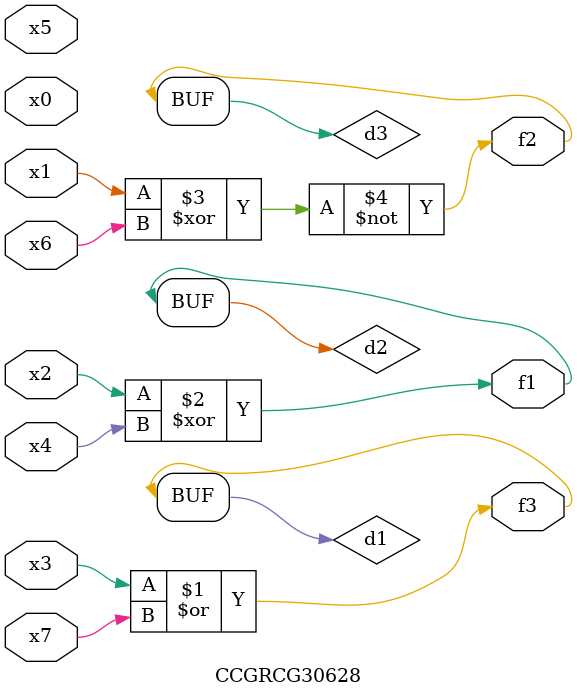
<source format=v>
module CCGRCG30628(
	input x0, x1, x2, x3, x4, x5, x6, x7,
	output f1, f2, f3
);

	wire d1, d2, d3;

	or (d1, x3, x7);
	xor (d2, x2, x4);
	xnor (d3, x1, x6);
	assign f1 = d2;
	assign f2 = d3;
	assign f3 = d1;
endmodule

</source>
